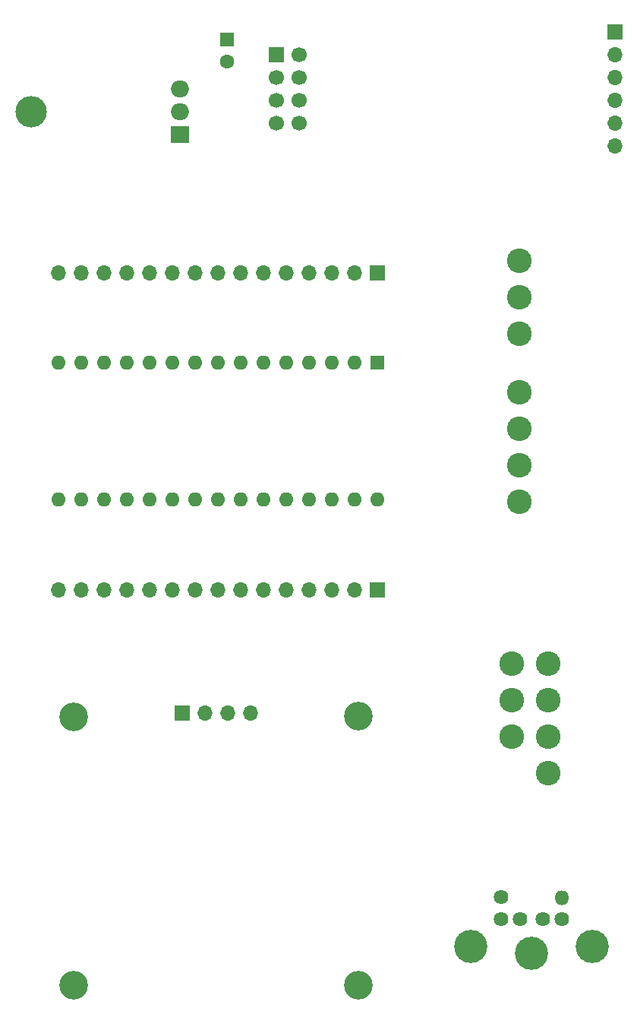
<source format=gbr>
%TF.GenerationSoftware,KiCad,Pcbnew,8.0.2*%
%TF.CreationDate,2024-05-14T18:44:45+02:00*%
%TF.ProjectId,5v radio,35762072-6164-4696-9f2e-6b696361645f,rev?*%
%TF.SameCoordinates,Original*%
%TF.FileFunction,Soldermask,Top*%
%TF.FilePolarity,Negative*%
%FSLAX46Y46*%
G04 Gerber Fmt 4.6, Leading zero omitted, Abs format (unit mm)*
G04 Created by KiCad (PCBNEW 8.0.2) date 2024-05-14 18:44:45*
%MOMM*%
%LPD*%
G01*
G04 APERTURE LIST*
%ADD10C,3.200000*%
%ADD11R,1.700000X1.700000*%
%ADD12O,1.700000X1.700000*%
%ADD13C,2.743200*%
%ADD14R,1.600000X1.600000*%
%ADD15O,1.600000X1.600000*%
%ADD16C,1.600000*%
%ADD17C,1.700000*%
%ADD18O,3.500000X3.500000*%
%ADD19R,2.000000X1.905000*%
%ADD20O,2.000000X1.905000*%
%ADD21C,1.625600*%
%ADD22O,1.625600X1.625600*%
%ADD23C,3.703200*%
G04 APERTURE END LIST*
D10*
%TO.C,Oled_screen1*%
X108812000Y-106742000D03*
X108812000Y-136614000D03*
X140562000Y-106614000D03*
X140562000Y-136614000D03*
D11*
X120914000Y-106314000D03*
D12*
X123454000Y-106314000D03*
X125994000Y-106314000D03*
X128534000Y-106314000D03*
%TD*%
D13*
%TO.C,Nes1*%
X157734000Y-108966000D03*
X161798000Y-108966000D03*
X161798000Y-104902000D03*
X161798000Y-100838000D03*
X157734000Y-104902000D03*
X157734000Y-100838000D03*
X161798000Y-113030000D03*
%TD*%
D11*
%TO.C,A1*%
X142748000Y-57310143D03*
D14*
X142748000Y-67310000D03*
D12*
X140208000Y-57310143D03*
D15*
X140208000Y-67310000D03*
D12*
X137668000Y-57310143D03*
D15*
X137668000Y-67310000D03*
D12*
X135128000Y-57310143D03*
D15*
X135128000Y-67310000D03*
D12*
X132588000Y-57310143D03*
D15*
X132588000Y-67310000D03*
D12*
X130048000Y-57310143D03*
D15*
X130048000Y-67310000D03*
D12*
X127508000Y-57310143D03*
D15*
X127508000Y-67310000D03*
D12*
X124968000Y-57310143D03*
D15*
X124968000Y-67310000D03*
D12*
X122428000Y-57310143D03*
D15*
X122428000Y-67310000D03*
D12*
X119888000Y-57310143D03*
D15*
X119888000Y-67310000D03*
D12*
X117348000Y-57310143D03*
D15*
X117348000Y-67310000D03*
D12*
X114808000Y-57310143D03*
D15*
X114808000Y-67310000D03*
D12*
X112268000Y-57310143D03*
D15*
X112268000Y-67310000D03*
D12*
X109728000Y-57310143D03*
D15*
X109728000Y-67310000D03*
D12*
X107188000Y-57310143D03*
D15*
X107188000Y-67310000D03*
X107188000Y-82550000D03*
D12*
X107188000Y-92550143D03*
D15*
X109728000Y-82550000D03*
D12*
X109728000Y-92550143D03*
D15*
X112268000Y-82550000D03*
D12*
X112268000Y-92550143D03*
D15*
X114808000Y-82550000D03*
D12*
X114808000Y-92550143D03*
D15*
X117348000Y-82550000D03*
D12*
X117348000Y-92550143D03*
D15*
X119888000Y-82550000D03*
D12*
X119888000Y-92550143D03*
D15*
X122428000Y-82550000D03*
D12*
X122428000Y-92550143D03*
D15*
X124968000Y-82550000D03*
D12*
X124968000Y-92550143D03*
D15*
X127508000Y-82550000D03*
D12*
X127508000Y-92550143D03*
D15*
X130048000Y-82550000D03*
D12*
X130048000Y-92550143D03*
D15*
X132588000Y-82550000D03*
D12*
X132588000Y-92550143D03*
D15*
X135128000Y-82550000D03*
D12*
X135128000Y-92550143D03*
D15*
X137668000Y-82550000D03*
D12*
X137668000Y-92550143D03*
D15*
X140208000Y-82550000D03*
D12*
X140208000Y-92550143D03*
D15*
X142748000Y-82550000D03*
D11*
X142748000Y-92550143D03*
%TD*%
D14*
%TO.C,C1*%
X125984000Y-31282000D03*
D16*
X125984000Y-33782000D03*
%TD*%
D13*
%TO.C,Snes1*%
X158544600Y-55920000D03*
X158544600Y-59984000D03*
X158544600Y-64048000D03*
X158544600Y-70612000D03*
X158544600Y-74676000D03*
X158544600Y-78740000D03*
X158544600Y-82804000D03*
%TD*%
D11*
%TO.C,NRF24*%
X169183000Y-30450000D03*
D12*
X169183000Y-32990000D03*
X169183000Y-35530000D03*
X169183000Y-38070000D03*
X169183000Y-40610000D03*
X169183000Y-43150000D03*
D11*
X131445000Y-32990000D03*
D17*
X133985000Y-32990000D03*
X131445000Y-35530000D03*
X133985000Y-35530000D03*
X131445000Y-38070000D03*
X133985000Y-38070000D03*
X131445000Y-40610000D03*
X133985000Y-40610000D03*
%TD*%
D18*
%TO.C,3v3_regulator1*%
X104076000Y-39370000D03*
D19*
X120736000Y-41910000D03*
D20*
X120736000Y-39370000D03*
X120736000Y-36830000D03*
%TD*%
D21*
%TO.C,ps/2_connector1*%
X156508600Y-126786000D03*
X156508600Y-129286000D03*
X158608600Y-129286000D03*
X161208600Y-129286000D03*
X163308600Y-129286000D03*
D22*
X163308600Y-126836000D03*
D23*
X153108600Y-132286000D03*
X159908600Y-133086000D03*
X166658600Y-132286000D03*
%TD*%
M02*

</source>
